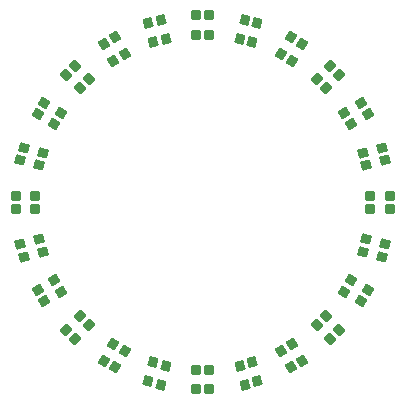
<source format=gtp>
G04*
G04 #@! TF.GenerationSoftware,Altium Limited,Altium Designer,21.8.1 (53)*
G04*
G04 Layer_Color=8421504*
%FSLAX25Y25*%
%MOIN*%
G70*
G04*
G04 #@! TF.SameCoordinates,509546C8-056D-42BE-A314-9817B2043C00*
G04*
G04*
G04 #@! TF.FilePolarity,Positive*
G04*
G01*
G75*
G04:AMPARAMS|DCode=13|XSize=33.47mil|YSize=31.5mil|CornerRadius=3.94mil|HoleSize=0mil|Usage=FLASHONLY|Rotation=75.000|XOffset=0mil|YOffset=0mil|HoleType=Round|Shape=RoundedRectangle|*
%AMROUNDEDRECTD13*
21,1,0.03347,0.02362,0,0,75.0*
21,1,0.02559,0.03150,0,0,75.0*
1,1,0.00787,0.01472,0.00930*
1,1,0.00787,0.00810,-0.01542*
1,1,0.00787,-0.01472,-0.00930*
1,1,0.00787,-0.00810,0.01542*
%
%ADD13ROUNDEDRECTD13*%
G04:AMPARAMS|DCode=14|XSize=33.47mil|YSize=31.5mil|CornerRadius=3.94mil|HoleSize=0mil|Usage=FLASHONLY|Rotation=90.000|XOffset=0mil|YOffset=0mil|HoleType=Round|Shape=RoundedRectangle|*
%AMROUNDEDRECTD14*
21,1,0.03347,0.02362,0,0,90.0*
21,1,0.02559,0.03150,0,0,90.0*
1,1,0.00787,0.01181,0.01280*
1,1,0.00787,0.01181,-0.01280*
1,1,0.00787,-0.01181,-0.01280*
1,1,0.00787,-0.01181,0.01280*
%
%ADD14ROUNDEDRECTD14*%
G04:AMPARAMS|DCode=15|XSize=33.47mil|YSize=31.5mil|CornerRadius=3.94mil|HoleSize=0mil|Usage=FLASHONLY|Rotation=105.000|XOffset=0mil|YOffset=0mil|HoleType=Round|Shape=RoundedRectangle|*
%AMROUNDEDRECTD15*
21,1,0.03347,0.02362,0,0,105.0*
21,1,0.02559,0.03150,0,0,105.0*
1,1,0.00787,0.00810,0.01542*
1,1,0.00787,0.01472,-0.00930*
1,1,0.00787,-0.00810,-0.01542*
1,1,0.00787,-0.01472,0.00930*
%
%ADD15ROUNDEDRECTD15*%
G04:AMPARAMS|DCode=16|XSize=33.47mil|YSize=31.5mil|CornerRadius=3.94mil|HoleSize=0mil|Usage=FLASHONLY|Rotation=120.000|XOffset=0mil|YOffset=0mil|HoleType=Round|Shape=RoundedRectangle|*
%AMROUNDEDRECTD16*
21,1,0.03347,0.02362,0,0,120.0*
21,1,0.02559,0.03150,0,0,120.0*
1,1,0.00787,0.00383,0.01699*
1,1,0.00787,0.01663,-0.00518*
1,1,0.00787,-0.00383,-0.01699*
1,1,0.00787,-0.01663,0.00518*
%
%ADD16ROUNDEDRECTD16*%
G04:AMPARAMS|DCode=17|XSize=33.47mil|YSize=31.5mil|CornerRadius=3.94mil|HoleSize=0mil|Usage=FLASHONLY|Rotation=135.000|XOffset=0mil|YOffset=0mil|HoleType=Round|Shape=RoundedRectangle|*
%AMROUNDEDRECTD17*
21,1,0.03347,0.02362,0,0,135.0*
21,1,0.02559,0.03150,0,0,135.0*
1,1,0.00787,-0.00070,0.01740*
1,1,0.00787,0.01740,-0.00070*
1,1,0.00787,0.00070,-0.01740*
1,1,0.00787,-0.01740,0.00070*
%
%ADD17ROUNDEDRECTD17*%
G04:AMPARAMS|DCode=18|XSize=33.47mil|YSize=31.5mil|CornerRadius=3.94mil|HoleSize=0mil|Usage=FLASHONLY|Rotation=150.000|XOffset=0mil|YOffset=0mil|HoleType=Round|Shape=RoundedRectangle|*
%AMROUNDEDRECTD18*
21,1,0.03347,0.02362,0,0,150.0*
21,1,0.02559,0.03150,0,0,150.0*
1,1,0.00787,-0.00518,0.01663*
1,1,0.00787,0.01699,0.00383*
1,1,0.00787,0.00518,-0.01663*
1,1,0.00787,-0.01699,-0.00383*
%
%ADD18ROUNDEDRECTD18*%
G04:AMPARAMS|DCode=19|XSize=33.47mil|YSize=31.5mil|CornerRadius=3.94mil|HoleSize=0mil|Usage=FLASHONLY|Rotation=165.000|XOffset=0mil|YOffset=0mil|HoleType=Round|Shape=RoundedRectangle|*
%AMROUNDEDRECTD19*
21,1,0.03347,0.02362,0,0,165.0*
21,1,0.02559,0.03150,0,0,165.0*
1,1,0.00787,-0.00930,0.01472*
1,1,0.00787,0.01542,0.00810*
1,1,0.00787,0.00930,-0.01472*
1,1,0.00787,-0.01542,-0.00810*
%
%ADD19ROUNDEDRECTD19*%
G04:AMPARAMS|DCode=20|XSize=33.47mil|YSize=31.5mil|CornerRadius=3.94mil|HoleSize=0mil|Usage=FLASHONLY|Rotation=180.000|XOffset=0mil|YOffset=0mil|HoleType=Round|Shape=RoundedRectangle|*
%AMROUNDEDRECTD20*
21,1,0.03347,0.02362,0,0,180.0*
21,1,0.02559,0.03150,0,0,180.0*
1,1,0.00787,-0.01280,0.01181*
1,1,0.00787,0.01280,0.01181*
1,1,0.00787,0.01280,-0.01181*
1,1,0.00787,-0.01280,-0.01181*
%
%ADD20ROUNDEDRECTD20*%
G04:AMPARAMS|DCode=21|XSize=33.47mil|YSize=31.5mil|CornerRadius=3.94mil|HoleSize=0mil|Usage=FLASHONLY|Rotation=195.000|XOffset=0mil|YOffset=0mil|HoleType=Round|Shape=RoundedRectangle|*
%AMROUNDEDRECTD21*
21,1,0.03347,0.02362,0,0,195.0*
21,1,0.02559,0.03150,0,0,195.0*
1,1,0.00787,-0.01542,0.00810*
1,1,0.00787,0.00930,0.01472*
1,1,0.00787,0.01542,-0.00810*
1,1,0.00787,-0.00930,-0.01472*
%
%ADD21ROUNDEDRECTD21*%
G04:AMPARAMS|DCode=22|XSize=33.47mil|YSize=31.5mil|CornerRadius=3.94mil|HoleSize=0mil|Usage=FLASHONLY|Rotation=210.000|XOffset=0mil|YOffset=0mil|HoleType=Round|Shape=RoundedRectangle|*
%AMROUNDEDRECTD22*
21,1,0.03347,0.02362,0,0,210.0*
21,1,0.02559,0.03150,0,0,210.0*
1,1,0.00787,-0.01699,0.00383*
1,1,0.00787,0.00518,0.01663*
1,1,0.00787,0.01699,-0.00383*
1,1,0.00787,-0.00518,-0.01663*
%
%ADD22ROUNDEDRECTD22*%
G04:AMPARAMS|DCode=23|XSize=33.47mil|YSize=31.5mil|CornerRadius=3.94mil|HoleSize=0mil|Usage=FLASHONLY|Rotation=225.000|XOffset=0mil|YOffset=0mil|HoleType=Round|Shape=RoundedRectangle|*
%AMROUNDEDRECTD23*
21,1,0.03347,0.02362,0,0,225.0*
21,1,0.02559,0.03150,0,0,225.0*
1,1,0.00787,-0.01740,-0.00070*
1,1,0.00787,0.00070,0.01740*
1,1,0.00787,0.01740,0.00070*
1,1,0.00787,-0.00070,-0.01740*
%
%ADD23ROUNDEDRECTD23*%
G04:AMPARAMS|DCode=24|XSize=33.47mil|YSize=31.5mil|CornerRadius=3.94mil|HoleSize=0mil|Usage=FLASHONLY|Rotation=240.000|XOffset=0mil|YOffset=0mil|HoleType=Round|Shape=RoundedRectangle|*
%AMROUNDEDRECTD24*
21,1,0.03347,0.02362,0,0,240.0*
21,1,0.02559,0.03150,0,0,240.0*
1,1,0.00787,-0.01663,-0.00518*
1,1,0.00787,-0.00383,0.01699*
1,1,0.00787,0.01663,0.00518*
1,1,0.00787,0.00383,-0.01699*
%
%ADD24ROUNDEDRECTD24*%
D13*
X14034Y60741D02*
D03*
X18217Y59620D02*
D03*
X12352Y54466D02*
D03*
X16535Y53345D02*
D03*
X-14034Y-60741D02*
D03*
X-18217Y-59620D02*
D03*
X-12352Y-54466D02*
D03*
X-16535Y-53345D02*
D03*
D14*
X-2165Y62303D02*
D03*
X2165Y62303D02*
D03*
X-2165Y55807D02*
D03*
X2165D02*
D03*
Y-62303D02*
D03*
X-2165Y-62303D02*
D03*
X2165Y-55807D02*
D03*
X-2165D02*
D03*
D15*
X-18217Y59620D02*
D03*
X-14034Y60741D02*
D03*
X-16535Y53345D02*
D03*
X-12352Y54466D02*
D03*
X18217Y-59620D02*
D03*
X14034Y-60741D02*
D03*
X16535Y-53345D02*
D03*
X12352Y-54466D02*
D03*
D16*
X-33027Y52873D02*
D03*
X-29276Y55039D02*
D03*
X-29779Y47248D02*
D03*
X-26028Y49413D02*
D03*
X33027Y-52873D02*
D03*
X29276Y-55039D02*
D03*
X29779Y-47248D02*
D03*
X26028Y-49413D02*
D03*
D17*
X-45586Y42524D02*
D03*
X-42524Y45586D02*
D03*
X-40993Y37930D02*
D03*
X-37930Y40993D02*
D03*
X45586Y-42524D02*
D03*
X42524Y-45586D02*
D03*
X40993Y-37931D02*
D03*
X37930Y-40993D02*
D03*
D18*
X-55039Y29276D02*
D03*
X-52873Y33027D02*
D03*
X-49413Y26028D02*
D03*
X-47248Y29779D02*
D03*
X55039Y-29276D02*
D03*
X52873Y-33027D02*
D03*
X49413Y-26028D02*
D03*
X47248Y-29779D02*
D03*
D19*
X-60741Y14034D02*
D03*
X-59620Y18217D02*
D03*
X-54466Y12352D02*
D03*
X-53345Y16535D02*
D03*
X60741Y-14034D02*
D03*
X59620Y-18217D02*
D03*
X54466Y-12352D02*
D03*
X53345Y-16535D02*
D03*
D20*
X-62303Y-2165D02*
D03*
X-62303Y2165D02*
D03*
X-55807Y-2165D02*
D03*
Y2165D02*
D03*
X62303Y2165D02*
D03*
X62303Y-2165D02*
D03*
X55807Y2165D02*
D03*
Y-2165D02*
D03*
D21*
X-59620Y-18217D02*
D03*
X-60741Y-14034D02*
D03*
X-53345Y-16535D02*
D03*
X-54466Y-12352D02*
D03*
X59620Y18217D02*
D03*
X60741Y14034D02*
D03*
X53345Y16535D02*
D03*
X54466Y12352D02*
D03*
D22*
X-52873Y-33027D02*
D03*
X-55039Y-29276D02*
D03*
X-47248Y-29779D02*
D03*
X-49413Y-26028D02*
D03*
X52873Y33027D02*
D03*
X55039Y29276D02*
D03*
X47248Y29779D02*
D03*
X49413Y26028D02*
D03*
D23*
X-42524Y-45586D02*
D03*
X-45586Y-42524D02*
D03*
X-37931Y-40993D02*
D03*
X-40993Y-37930D02*
D03*
X42524Y45586D02*
D03*
X45586Y42524D02*
D03*
X37931Y40993D02*
D03*
X40993Y37930D02*
D03*
D24*
X-29276Y-55039D02*
D03*
X-33027Y-52873D02*
D03*
X-26028Y-49413D02*
D03*
X-29779Y-47248D02*
D03*
X29276Y55039D02*
D03*
X33027Y52873D02*
D03*
X26028Y49413D02*
D03*
X29779Y47248D02*
D03*
M02*

</source>
